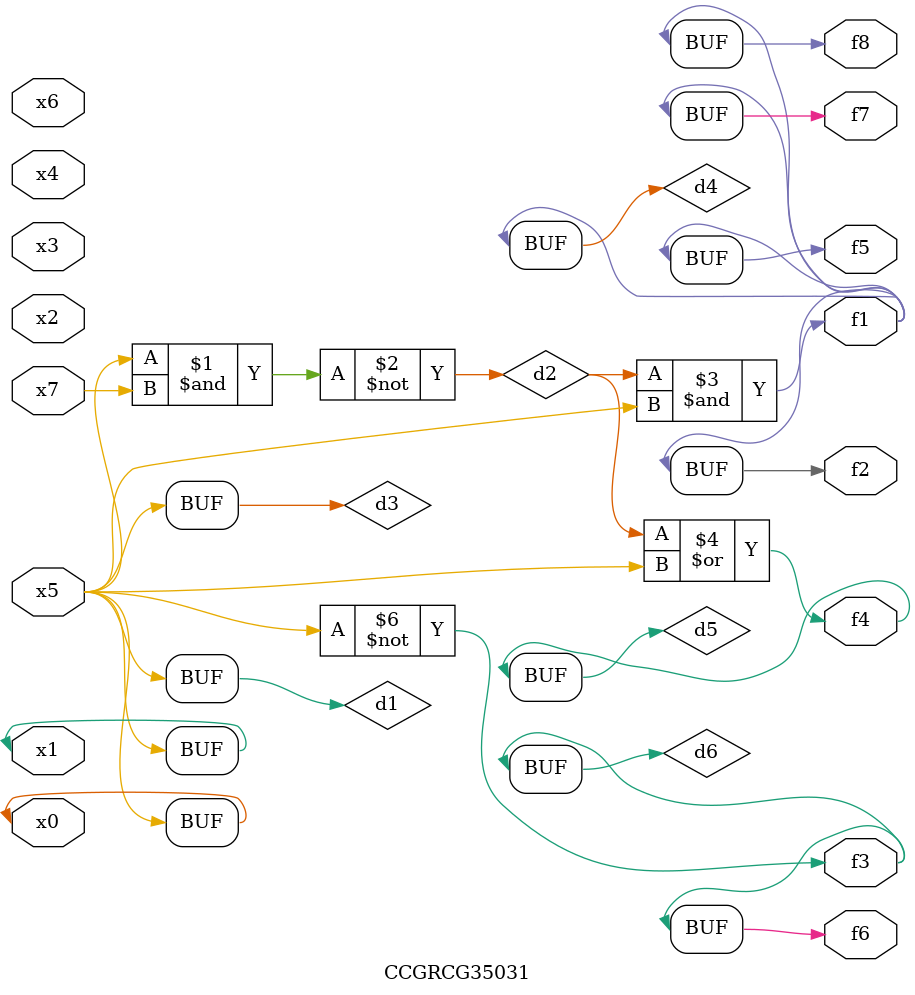
<source format=v>
module CCGRCG35031(
	input x0, x1, x2, x3, x4, x5, x6, x7,
	output f1, f2, f3, f4, f5, f6, f7, f8
);

	wire d1, d2, d3, d4, d5, d6;

	buf (d1, x0, x5);
	nand (d2, x5, x7);
	buf (d3, x0, x1);
	and (d4, d2, d3);
	or (d5, d2, d3);
	nor (d6, d1, d3);
	assign f1 = d4;
	assign f2 = d4;
	assign f3 = d6;
	assign f4 = d5;
	assign f5 = d4;
	assign f6 = d6;
	assign f7 = d4;
	assign f8 = d4;
endmodule

</source>
